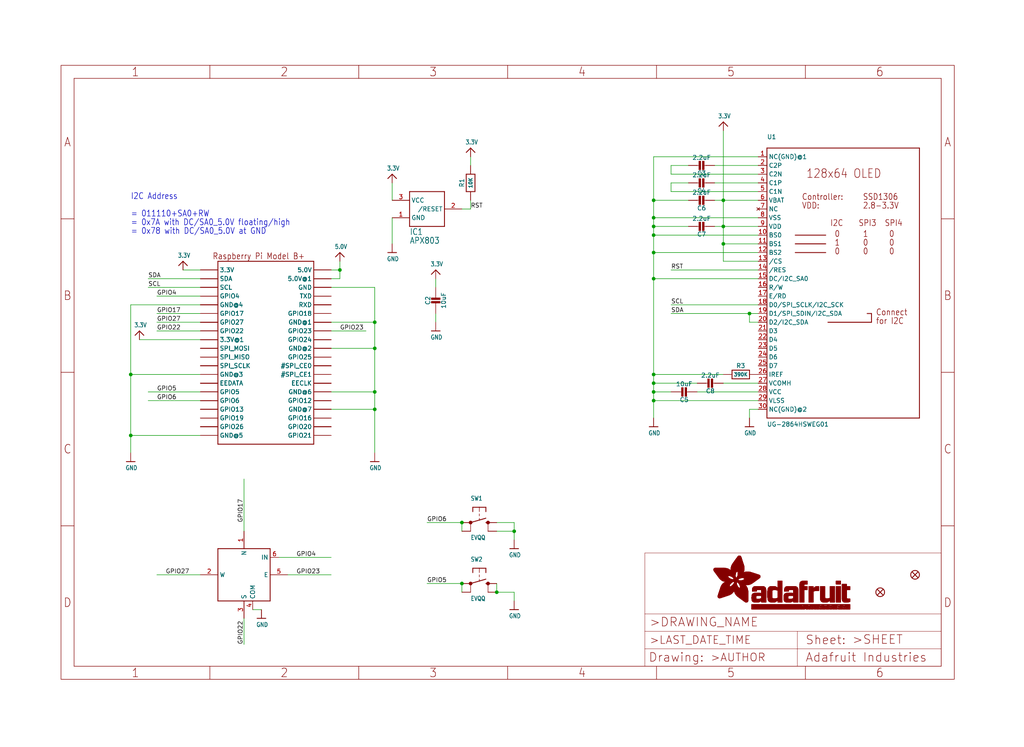
<source format=kicad_sch>
(kicad_sch (version 20211123) (generator eeschema)
  (paper "User" 298.45 217.881)
  (lib_symbols
    (symbol "eagleSchem-eagle-import:3.3V" (power)
      (property "Value" "3.3V" (at -1.524 1.016 0))
      (symbol "3.3V_1_0"
        (pin power_in line (at 0 -2.54 90) (length 2.54) (name "3.3V") (number "1"))
      )
    )
    (symbol "eagleSchem-eagle-import:5.0V" (power)
      (property "Value" "5.0V" (at -1.524 1.016 0))
      (symbol "5.0V_1_0"
        (pin power_in line (at 0 -2.54 90) (length 2.54) (name "5.0V") (number "1"))
      )
    )
    (symbol "eagleSchem-eagle-import:AXP083-SAG"
      (property "Reference" "IC" (at -5.08 -7.62 0))
      (property "Value" "AXP083-SAG" (at -5.08 -10.16 0))
      (symbol "AXP083-SAG_1_0"
        (pin power_in line (at -10.16 -2.54 0) (length 5.08) (name "GND") (number "1"))
        (pin output line (at 10.16 0 180) (length 5.08) (name "/RESET") (number "2"))
        (pin power_in line (at -10.16 2.54 0) (length 5.08) (name "VCC") (number "3"))
      )
    )
    (symbol "eagleSchem-eagle-import:CAP_CERAMIC0805-NOOUTLINE"
      (property "Reference" "C" (at -2.29 1.25 90))
      (property "Value" "CAP_CERAMIC0805-NOOUTLINE" (at 2.3 1.25 90))
      (symbol "CAP_CERAMIC0805-NOOUTLINE_1_0"
        (pin passive line (at 0 5.08 270) (length 2.54) (name "1") (number "1"))
        (pin passive line (at 0 -2.54 90) (length 2.54) (name "2") (number "2"))
      )
    )
    (symbol "eagleSchem-eagle-import:DISP_OLED_UG-2864HSWEG01"
      (property "Reference" "U" (at -22.86 40.64 0))
      (property "Value" "DISP_OLED_UG-2864HSWEG01" (at -22.86 -43.18 0))
      (symbol "DISP_OLED_UG-2864HSWEG01_1_0"
        (text "0" (at -3.175 6.985 0) (effects (font (size 1.778 1.5113)) (justify left bottom)))
        (text "0" (at -3.175 12.065 0) (effects (font (size 1.778 1.5113)) (justify left bottom)))
        (text "0" (at 5.08 6.985 0) (effects (font (size 1.778 1.5113)) (justify left bottom)))
        (text "0" (at 5.08 9.525 0) (effects (font (size 1.778 1.5113)) (justify left bottom)))
        (text "0" (at 12.7 6.985 0) (effects (font (size 1.778 1.5113)) (justify left bottom)))
        (text "0" (at 12.7 9.525 0) (effects (font (size 1.778 1.5113)) (justify left bottom)))
        (text "0" (at 12.7 12.065 0) (effects (font (size 1.778 1.5113)) (justify left bottom)))
        (text "1" (at -3.175 9.525 0) (effects (font (size 1.778 1.5113)) (justify left bottom)))
        (text "1" (at 5.08 12.065 0) (effects (font (size 1.778 1.5113)) (justify left bottom)))
        (text "128x64 OLED" (at -11.43 29.21 0) (effects (font (size 2.54 2.159)) (justify left bottom)))
        (text "2.8-3.3V" (at 5.08 20.32 0) (effects (font (size 1.778 1.5113)) (justify left bottom)))
        (text "Connect" (at 8.89 -10.795 0) (effects (font (size 1.778 1.5113)) (justify left bottom)))
        (text "Controller:" (at -12.7 22.86 0) (effects (font (size 1.778 1.5113)) (justify left bottom)))
        (text "for I2C" (at 8.89 -13.335 0) (effects (font (size 1.778 1.5113)) (justify left bottom)))
        (text "I2C" (at -4.445 15.24 0) (effects (font (size 1.778 1.5113)) (justify left bottom)))
        (text "SPI3" (at 3.81 15.24 0) (effects (font (size 1.778 1.5113)) (justify left bottom)))
        (text "SPI4" (at 11.43 15.24 0) (effects (font (size 1.778 1.5113)) (justify left bottom)))
        (text "SSD1306" (at 5.08 22.86 0) (effects (font (size 1.778 1.5113)) (justify left bottom)))
        (text "VDD:" (at -12.7 20.32 0) (effects (font (size 1.778 1.5113)) (justify left bottom)))
        (pin input line (at -25.4 35.56 0) (length 2.54) (name "NC(GND)@1") (number "1"))
        (pin input line (at -25.4 12.7 0) (length 2.54) (name "BS0") (number "10"))
        (pin input line (at -25.4 10.16 0) (length 2.54) (name "BS1") (number "11"))
        (pin input line (at -25.4 7.62 0) (length 2.54) (name "BS2") (number "12"))
        (pin input line (at -25.4 5.08 0) (length 2.54) (name "/CS") (number "13"))
        (pin input line (at -25.4 2.54 0) (length 2.54) (name "/RES") (number "14"))
        (pin input line (at -25.4 0 0) (length 2.54) (name "DC/I2C_SA0") (number "15"))
        (pin input line (at -25.4 -2.54 0) (length 2.54) (name "R/W") (number "16"))
        (pin input line (at -25.4 -5.08 0) (length 2.54) (name "E/RD") (number "17"))
        (pin bidirectional line (at -25.4 -7.62 0) (length 2.54) (name "D0/SPI_SCLK/I2C_SCK") (number "18"))
        (pin bidirectional line (at -25.4 -10.16 0) (length 2.54) (name "D1/SPI_SDIN/I2C_SDA") (number "19"))
        (pin input line (at -25.4 33.02 0) (length 2.54) (name "C2P") (number "2"))
        (pin bidirectional line (at -25.4 -12.7 0) (length 2.54) (name "D2/I2C_SDA") (number "20"))
        (pin bidirectional line (at -25.4 -15.24 0) (length 2.54) (name "D3") (number "21"))
        (pin bidirectional line (at -25.4 -17.78 0) (length 2.54) (name "D4") (number "22"))
        (pin bidirectional line (at -25.4 -20.32 0) (length 2.54) (name "D5") (number "23"))
        (pin bidirectional line (at -25.4 -22.86 0) (length 2.54) (name "D6") (number "24"))
        (pin bidirectional line (at -25.4 -25.4 0) (length 2.54) (name "D7") (number "25"))
        (pin input line (at -25.4 -27.94 0) (length 2.54) (name "IREF") (number "26"))
        (pin output line (at -25.4 -30.48 0) (length 2.54) (name "VCOMH") (number "27"))
        (pin power_in line (at -25.4 -33.02 0) (length 2.54) (name "VCC") (number "28"))
        (pin power_in line (at -25.4 -35.56 0) (length 2.54) (name "VLSS") (number "29"))
        (pin input line (at -25.4 30.48 0) (length 2.54) (name "C2N") (number "3"))
        (pin input line (at -25.4 -38.1 0) (length 2.54) (name "NC(GND)@2") (number "30"))
        (pin input line (at -25.4 27.94 0) (length 2.54) (name "C1P") (number "4"))
        (pin input line (at -25.4 25.4 0) (length 2.54) (name "C1N") (number "5"))
        (pin input line (at -25.4 22.86 0) (length 2.54) (name "VBAT") (number "6"))
        (pin no_connect line (at -25.4 20.32 0) (length 2.54) (name "NC") (number "7"))
        (pin power_in line (at -25.4 17.78 0) (length 2.54) (name "VSS") (number "8"))
        (pin power_in line (at -25.4 15.24 0) (length 2.54) (name "VDD") (number "9"))
      )
    )
    (symbol "eagleSchem-eagle-import:FIDUCIAL_1MM")
    (symbol "eagleSchem-eagle-import:FRAME_A4_ADAFRUIT"
      (symbol "FRAME_A4_ADAFRUIT_1_0"
        (text "1" (at 21.6958 1.905 0) (effects (font (size 2.54 2.286))))
        (text "1" (at 21.6958 177.165 0) (effects (font (size 2.54 2.286))))
        (text "2" (at 65.0875 1.905 0) (effects (font (size 2.54 2.286))))
        (text "2" (at 65.0875 177.165 0) (effects (font (size 2.54 2.286))))
        (text "3" (at 108.4792 1.905 0) (effects (font (size 2.54 2.286))))
        (text "3" (at 108.4792 177.165 0) (effects (font (size 2.54 2.286))))
        (text "4" (at 151.8708 1.905 0) (effects (font (size 2.54 2.286))))
        (text "4" (at 151.8708 177.165 0) (effects (font (size 2.54 2.286))))
        (text "5" (at 195.2625 1.905 0) (effects (font (size 2.54 2.286))))
        (text "5" (at 195.2625 177.165 0) (effects (font (size 2.54 2.286))))
        (text "6" (at 238.6542 1.905 0) (effects (font (size 2.54 2.286))))
        (text "6" (at 238.6542 177.165 0) (effects (font (size 2.54 2.286))))
        (text ">AUTHOR" (at 189.23 5.08 0) (effects (font (size 2.286 2.286)) (justify left bottom)))
        (text ">DRAWING_NAME" (at 171.45 15.24 0) (effects (font (size 2.54 2.54)) (justify left bottom)))
        (text ">LAST_DATE_TIME" (at 171.45 10.16 0) (effects (font (size 2.286 2.286)) (justify left bottom)))
        (text ">SHEET" (at 230.505 10.16 0) (effects (font (size 2.54 2.54)) (justify left bottom)))
        (text "A" (at 1.905 156.6863 0) (effects (font (size 2.54 2.286))))
        (text "A" (at 258.445 156.6863 0) (effects (font (size 2.54 2.286))))
        (text "Adafruit Industries" (at 216.916 4.953 0) (effects (font (size 2.54 2.54)) (justify left bottom)))
        (text "B" (at 1.905 111.9188 0) (effects (font (size 2.54 2.286))))
        (text "B" (at 258.445 111.9188 0) (effects (font (size 2.54 2.286))))
        (text "C" (at 1.905 67.1513 0) (effects (font (size 2.54 2.286))))
        (text "C" (at 258.445 67.1513 0) (effects (font (size 2.54 2.286))))
        (text "D" (at 1.905 22.3838 0) (effects (font (size 2.54 2.286))))
        (text "D" (at 258.445 22.3838 0) (effects (font (size 2.54 2.286))))
        (text "Drawing:" (at 171.196 4.953 0) (effects (font (size 2.54 2.54)) (justify left bottom)))
        (text "Sheet:" (at 216.916 10.033 0) (effects (font (size 2.54 2.54)) (justify left bottom)))
      )
    )
    (symbol "eagleSchem-eagle-import:GND" (power)
      (property "Value" "GND" (at -1.524 -2.54 0))
      (symbol "GND_1_0"
        (pin power_in line (at 0 2.54 270) (length 2.54) (name "GND") (number "1"))
      )
    )
    (symbol "eagleSchem-eagle-import:NAVSWITCHSKQUABAUE010"
      (symbol "NAVSWITCHSKQUABAUE010_1_0"
        (pin bidirectional line (at 0 12.7 270) (length 5.08) (name "N") (number "1"))
        (pin bidirectional line (at -12.7 0 0) (length 5.08) (name "W") (number "2"))
        (pin bidirectional line (at 0 -12.7 90) (length 5.08) (name "S") (number "3"))
        (pin bidirectional line (at 2.54 -10.16 90) (length 2.54) (name "COM") (number "4"))
        (pin bidirectional line (at 12.7 0 180) (length 5.08) (name "E") (number "5"))
        (pin bidirectional line (at 10.16 5.08 180) (length 2.54) (name "IN") (number "6"))
      )
    )
    (symbol "eagleSchem-eagle-import:RASPBERRYPI_BPLUS_BONNET_THMSMT"
      (symbol "RASPBERRYPI_BPLUS_BONNET_THMSMT_1_0"
        (text "Raspberry Pi Model B+" (at 12.7 25.4 0) (effects (font (size 1.778 1.5113)) (justify right top)))
        (pin power_in line (at -17.78 20.32 0) (length 5.08) (name "3.3V") (number "1"))
        (pin bidirectional line (at 20.32 10.16 180) (length 5.08) (name "RXD") (number "10"))
        (pin bidirectional line (at -17.78 7.62 0) (length 5.08) (name "GPIO17") (number "11"))
        (pin bidirectional line (at 20.32 7.62 180) (length 5.08) (name "GPIO18") (number "12"))
        (pin bidirectional line (at -17.78 5.08 0) (length 5.08) (name "GPIO27") (number "13"))
        (pin power_in line (at 20.32 5.08 180) (length 5.08) (name "GND@1") (number "14"))
        (pin bidirectional line (at -17.78 2.54 0) (length 5.08) (name "GPIO22") (number "15"))
        (pin bidirectional line (at 20.32 2.54 180) (length 5.08) (name "GPIO23") (number "16"))
        (pin power_in line (at -17.78 0 0) (length 5.08) (name "3.3V@1") (number "17"))
        (pin bidirectional line (at 20.32 0 180) (length 5.08) (name "GPIO24") (number "18"))
        (pin bidirectional line (at -17.78 -2.54 0) (length 5.08) (name "SPI_MOSI") (number "19"))
        (pin power_in line (at 20.32 20.32 180) (length 5.08) (name "5.0V") (number "2"))
        (pin power_in line (at 20.32 -2.54 180) (length 5.08) (name "GND@2") (number "20"))
        (pin bidirectional line (at -17.78 -5.08 0) (length 5.08) (name "SPI_MISO") (number "21"))
        (pin bidirectional line (at 20.32 -5.08 180) (length 5.08) (name "GPIO25") (number "22"))
        (pin bidirectional line (at -17.78 -7.62 0) (length 5.08) (name "SPI_SCLK") (number "23"))
        (pin bidirectional line (at 20.32 -7.62 180) (length 5.08) (name "#SPI_CE0") (number "24"))
        (pin power_in line (at -17.78 -10.16 0) (length 5.08) (name "GND@3") (number "25"))
        (pin bidirectional line (at 20.32 -10.16 180) (length 5.08) (name "#SPI_CE1") (number "26"))
        (pin bidirectional line (at -17.78 -12.7 0) (length 5.08) (name "EEDATA") (number "27"))
        (pin bidirectional line (at 20.32 -12.7 180) (length 5.08) (name "EECLK") (number "28"))
        (pin bidirectional line (at -17.78 -15.24 0) (length 5.08) (name "GPIO5") (number "29"))
        (pin bidirectional line (at -17.78 17.78 0) (length 5.08) (name "SDA") (number "3"))
        (pin power_in line (at 20.32 -15.24 180) (length 5.08) (name "GND@6") (number "30"))
        (pin bidirectional line (at -17.78 -17.78 0) (length 5.08) (name "GPIO6") (number "31"))
        (pin bidirectional line (at 20.32 -17.78 180) (length 5.08) (name "GPIO12") (number "32"))
        (pin bidirectional line (at -17.78 -20.32 0) (length 5.08) (name "GPIO13") (number "33"))
        (pin power_in line (at 20.32 -20.32 180) (length 5.08) (name "GND@7") (number "34"))
        (pin bidirectional line (at -17.78 -22.86 0) (length 5.08) (name "GPIO19") (number "35"))
        (pin bidirectional line (at 20.32 -22.86 180) (length 5.08) (name "GPIO16") (number "36"))
        (pin bidirectional line (at -17.78 -25.4 0) (length 5.08) (name "GPIO26") (number "37"))
        (pin bidirectional line (at 20.32 -25.4 180) (length 5.08) (name "GPIO20") (number "38"))
        (pin power_in line (at -17.78 -27.94 0) (length 5.08) (name "GND@5") (number "39"))
        (pin power_in line (at 20.32 17.78 180) (length 5.08) (name "5.0V@1") (number "4"))
        (pin bidirectional line (at 20.32 -27.94 180) (length 5.08) (name "GPIO21") (number "40"))
        (pin bidirectional line (at -17.78 15.24 0) (length 5.08) (name "SCL") (number "5"))
        (pin power_in line (at 20.32 15.24 180) (length 5.08) (name "GND") (number "6"))
        (pin bidirectional line (at -17.78 12.7 0) (length 5.08) (name "GPIO4") (number "7"))
        (pin bidirectional line (at 20.32 12.7 180) (length 5.08) (name "TXD") (number "8"))
        (pin power_in line (at -17.78 10.16 0) (length 5.08) (name "GND@4") (number "9"))
        (pin power_in line (at -17.78 20.32 0) (length 5.08) (name "3.3V") (number "S1"))
        (pin bidirectional line (at 20.32 10.16 180) (length 5.08) (name "RXD") (number "S10"))
        (pin bidirectional line (at -17.78 7.62 0) (length 5.08) (name "GPIO17") (number "S11"))
        (pin bidirectional line (at 20.32 7.62 180) (length 5.08) (name "GPIO18") (number "S12"))
        (pin bidirectional line (at -17.78 5.08 0) (length 5.08) (name "GPIO27") (number "S13"))
        (pin power_in line (at 20.32 5.08 180) (length 5.08) (name "GND@1") (number "S14"))
        (pin bidirectional line (at -17.78 2.54 0) (length 5.08) (name "GPIO22") (number "S15"))
        (pin bidirectional line (at 20.32 2.54 180) (length 5.08) (name "GPIO23") (number "S16"))
        (pin power_in line (at -17.78 0 0) (length 5.08) (name "3.3V@1") (number "S17"))
        (pin bidirectional line (at 20.32 0 180) (length 5.08) (name "GPIO24") (number "S18"))
        (pin bidirectional line (at -17.78 -2.54 0) (length 5.08) (name "SPI_MOSI") (number "S19"))
        (pin power_in line (at 20.32 20.32 180) (length 5.08) (name "5.0V") (number "S2"))
        (pin power_in line (at 20.32 -2.54 180) (length 5.08) (name "GND@2") (number "S20"))
        (pin bidirectional line (at -17.78 -5.08 0) (length 5.08) (name "SPI_MISO") (number "S21"))
        (pin bidirectional line (at 20.32 -5.08 180) (length 5.08) (name "GPIO25") (number "S22"))
        (pin bidirectional line (at -17.78 -7.62 0) (length 5.08) (name "SPI_SCLK") (number "S23"))
        (pin bidirectional line (at 20.32 -7.62 180) (length 5.08) (name "#SPI_CE0") (number "S24"))
        (pin power_in line (at -17.78 -10.16 0) (length 5.08) (name "GND@3") (number "S25"))
        (pin bidirectional line (at 20.32 -10.16 180) (length 5.08) (name "#SPI_CE1") (number "S26"))
        (pin bidirectional line (at -17.78 -12.7 0) (length 5.08) (name "EEDATA") (number "S27"))
        (pin bidirectional line (at 20.32 -12.7 180) (length 5.08) (name "EECLK") (number "S28"))
        (pin bidirectional line (at -17.78 -15.24 0) (length 5.08) (name "GPIO5") (number "S29"))
        (pin bidirectional line (at -17.78 17.78 0) (length 5.08) (name "SDA") (number "S3"))
        (pin power_in line (at 20.32 -15.24 180) (length 5.08) (name "GND@6") (number "S30"))
        (pin bidirectional line (at -17.78 -17.78 0) (length 5.08) (name "GPIO6") (number "S31"))
        (pin bidirectional line (at 20.32 -17.78 180) (length 5.08) (name "GPIO12") (number "S32"))
        (pin bidirectional line (at -17.78 -20.32 0) (length 5.08) (name "GPIO13") (number "S33"))
        (pin power_in line (at 20.32 -20.32 180) (length 5.08) (name "GND@7") (number "S34"))
        (pin bidirectional line (at -17.78 -22.86 0) (length 5.08) (name "GPIO19") (number "S35"))
        (pin bidirectional line (at 20.32 -22.86 180) (length 5.08) (name "GPIO16") (number "S36"))
        (pin bidirectional line (at -17.78 -25.4 0) (length 5.08) (name "GPIO26") (number "S37"))
        (pin bidirectional line (at 20.32 -25.4 180) (length 5.08) (name "GPIO20") (number "S38"))
        (pin power_in line (at -17.78 -27.94 0) (length 5.08) (name "GND@5") (number "S39"))
        (pin power_in line (at 20.32 17.78 180) (length 5.08) (name "5.0V@1") (number "S4"))
        (pin bidirectional line (at 20.32 -27.94 180) (length 5.08) (name "GPIO21") (number "S40"))
        (pin bidirectional line (at -17.78 15.24 0) (length 5.08) (name "SCL") (number "S5"))
        (pin power_in line (at 20.32 15.24 180) (length 5.08) (name "GND") (number "S6"))
        (pin bidirectional line (at -17.78 12.7 0) (length 5.08) (name "GPIO4") (number "S7"))
        (pin bidirectional line (at 20.32 12.7 180) (length 5.08) (name "TXD") (number "S8"))
        (pin power_in line (at -17.78 10.16 0) (length 5.08) (name "GND@4") (number "S9"))
      )
    )
    (symbol "eagleSchem-eagle-import:RESISTOR0805_NOOUTLINE"
      (property "Reference" "R" (at 0 2.54 0))
      (property "Value" "RESISTOR0805_NOOUTLINE" (at 0 0 0))
      (symbol "RESISTOR0805_NOOUTLINE_1_0"
        (pin passive line (at -5.08 0 0) (length 2.54) (name "1") (number "1"))
        (pin passive line (at 5.08 0 180) (length 2.54) (name "2") (number "2"))
      )
    )
    (symbol "eagleSchem-eagle-import:SWITCH_TACT_SMT_EVQQ2_SMALL"
      (property "Reference" "SW" (at -2.54 6.35 0))
      (property "Value" "SWITCH_TACT_SMT_EVQQ2_SMALL" (at -2.54 -5.08 0))
      (symbol "SWITCH_TACT_SMT_EVQQ2_SMALL_1_0"
        (pin passive line (at -5.08 0 0) (length 2.54) (name "P") (number "A"))
        (pin passive line (at -5.08 -2.54 0) (length 2.54) (name "P1") (number "A'"))
        (pin passive line (at 5.08 0 180) (length 2.54) (name "S") (number "B"))
        (pin passive line (at 5.08 -2.54 180) (length 2.54) (name "S1") (number "B'"))
      )
    )
  )
  (junction (at 109.22 101.6))
  (junction (at 190.5 114.3))
  (junction (at 190.5 73.66))
  (junction (at 190.5 111.76))
  (junction (at 38.1 109.22))
  (junction (at 99.06 78.74))
  (junction (at 190.5 116.84))
  (junction (at 190.5 68.58))
  (junction (at 109.22 93.98))
  (junction (at 38.1 127))
  (junction (at 210.82 71.12))
  (junction (at 134.62 170.18))
  (junction (at 218.44 91.44))
  (junction (at 190.5 58.42))
  (junction (at 134.62 152.4))
  (junction (at 190.5 63.5))
  (junction (at 190.5 66.04))
  (junction (at 190.5 81.28))
  (junction (at 149.86 154.94))
  (junction (at 144.78 172.72))
  (junction (at 210.82 58.42))
  (junction (at 109.22 114.3))
  (junction (at 190.5 109.22))
  (junction (at 109.22 119.38))
  (junction (at 210.82 66.04))
  (wire (pts (xy 190.5 114.3) (xy 190.5 111.76)))
  (wire (pts (xy 127 81.28) (xy 127 83.82)))
  (wire (pts (xy 76.2 177.8) (xy 73.66 177.8)))
  (wire (pts (xy 210.82 58.42) (xy 210.82 66.04)))
  (wire (pts (xy 96.52 114.3) (xy 109.22 114.3)))
  (wire (pts (xy 96.52 83.82) (xy 109.22 83.82)))
  (wire (pts (xy 200.66 66.04) (xy 190.5 66.04)))
  (wire (pts (xy 38.1 127) (xy 38.1 132.08)))
  (wire (pts (xy 190.5 68.58) (xy 190.5 73.66)))
  (wire (pts (xy 220.98 76.2) (xy 210.82 76.2)))
  (wire (pts (xy 58.42 91.44) (xy 45.72 91.44)))
  (wire (pts (xy 137.16 60.96) (xy 137.16 58.42)))
  (wire (pts (xy 149.86 154.94) (xy 149.86 157.48)))
  (wire (pts (xy 210.82 71.12) (xy 220.98 71.12)))
  (wire (pts (xy 99.06 78.74) (xy 99.06 76.2)))
  (wire (pts (xy 99.06 81.28) (xy 99.06 78.74)))
  (wire (pts (xy 220.98 88.9) (xy 195.58 88.9)))
  (wire (pts (xy 96.52 101.6) (xy 109.22 101.6)))
  (wire (pts (xy 220.98 116.84) (xy 190.5 116.84)))
  (wire (pts (xy 109.22 83.82) (xy 109.22 93.98)))
  (wire (pts (xy 218.44 93.98) (xy 218.44 91.44)))
  (wire (pts (xy 190.5 66.04) (xy 190.5 68.58)))
  (wire (pts (xy 220.98 119.38) (xy 218.44 119.38)))
  (wire (pts (xy 114.3 63.5) (xy 114.3 71.12)))
  (wire (pts (xy 195.58 48.26) (xy 195.58 50.8)))
  (wire (pts (xy 190.5 111.76) (xy 190.5 109.22)))
  (wire (pts (xy 124.46 170.18) (xy 134.62 170.18)))
  (wire (pts (xy 71.12 180.34) (xy 71.12 187.96)))
  (wire (pts (xy 109.22 101.6) (xy 109.22 114.3)))
  (wire (pts (xy 109.22 93.98) (xy 109.22 101.6)))
  (wire (pts (xy 38.1 109.22) (xy 38.1 127)))
  (wire (pts (xy 218.44 119.38) (xy 218.44 121.92)))
  (wire (pts (xy 58.42 83.82) (xy 43.18 83.82)))
  (wire (pts (xy 134.62 152.4) (xy 124.46 152.4)))
  (wire (pts (xy 195.58 55.88) (xy 220.98 55.88)))
  (wire (pts (xy 38.1 88.9) (xy 38.1 109.22)))
  (wire (pts (xy 144.78 172.72) (xy 149.86 172.72)))
  (wire (pts (xy 190.5 116.84) (xy 190.5 121.92)))
  (wire (pts (xy 220.98 53.34) (xy 208.28 53.34)))
  (wire (pts (xy 58.42 109.22) (xy 38.1 109.22)))
  (wire (pts (xy 220.98 81.28) (xy 190.5 81.28)))
  (wire (pts (xy 200.66 48.26) (xy 195.58 48.26)))
  (wire (pts (xy 210.82 58.42) (xy 208.28 58.42)))
  (wire (pts (xy 210.82 66.04) (xy 208.28 66.04)))
  (wire (pts (xy 218.44 91.44) (xy 195.58 91.44)))
  (wire (pts (xy 190.5 81.28) (xy 190.5 109.22)))
  (wire (pts (xy 195.58 50.8) (xy 220.98 50.8)))
  (wire (pts (xy 134.62 152.4) (xy 134.62 154.94)))
  (wire (pts (xy 195.58 114.3) (xy 190.5 114.3)))
  (wire (pts (xy 96.52 78.74) (xy 99.06 78.74)))
  (wire (pts (xy 96.52 81.28) (xy 99.06 81.28)))
  (wire (pts (xy 218.44 93.98) (xy 220.98 93.98)))
  (wire (pts (xy 190.5 63.5) (xy 190.5 66.04)))
  (wire (pts (xy 195.58 53.34) (xy 195.58 55.88)))
  (wire (pts (xy 190.5 63.5) (xy 190.5 58.42)))
  (wire (pts (xy 109.22 114.3) (xy 109.22 119.38)))
  (wire (pts (xy 134.62 60.96) (xy 137.16 60.96)))
  (wire (pts (xy 83.82 167.64) (xy 96.52 167.64)))
  (wire (pts (xy 58.42 88.9) (xy 38.1 88.9)))
  (wire (pts (xy 58.42 81.28) (xy 43.18 81.28)))
  (wire (pts (xy 58.42 167.64) (xy 45.72 167.64)))
  (wire (pts (xy 96.52 96.52) (xy 106.68 96.52)))
  (wire (pts (xy 220.98 73.66) (xy 190.5 73.66)))
  (wire (pts (xy 58.42 78.74) (xy 53.34 78.74)))
  (wire (pts (xy 144.78 154.94) (xy 149.86 154.94)))
  (wire (pts (xy 190.5 58.42) (xy 190.5 45.72)))
  (wire (pts (xy 149.86 152.4) (xy 149.86 154.94)))
  (wire (pts (xy 220.98 58.42) (xy 210.82 58.42)))
  (wire (pts (xy 220.98 48.26) (xy 208.28 48.26)))
  (wire (pts (xy 220.98 91.44) (xy 218.44 91.44)))
  (wire (pts (xy 43.18 116.84) (xy 58.42 116.84)))
  (wire (pts (xy 134.62 170.18) (xy 134.62 172.72)))
  (wire (pts (xy 190.5 116.84) (xy 190.5 114.3)))
  (wire (pts (xy 200.66 58.42) (xy 190.5 58.42)))
  (wire (pts (xy 144.78 152.4) (xy 149.86 152.4)))
  (wire (pts (xy 190.5 109.22) (xy 210.82 109.22)))
  (wire (pts (xy 109.22 119.38) (xy 109.22 132.08)))
  (wire (pts (xy 45.72 86.36) (xy 58.42 86.36)))
  (wire (pts (xy 149.86 172.72) (xy 149.86 175.26)))
  (wire (pts (xy 58.42 99.06) (xy 40.64 99.06)))
  (wire (pts (xy 220.98 63.5) (xy 190.5 63.5)))
  (wire (pts (xy 45.72 93.98) (xy 58.42 93.98)))
  (wire (pts (xy 220.98 68.58) (xy 190.5 68.58)))
  (wire (pts (xy 58.42 114.3) (xy 43.18 114.3)))
  (wire (pts (xy 220.98 66.04) (xy 210.82 66.04)))
  (wire (pts (xy 210.82 38.1) (xy 210.82 58.42)))
  (wire (pts (xy 58.42 96.52) (xy 45.72 96.52)))
  (wire (pts (xy 114.3 58.42) (xy 114.3 53.34)))
  (wire (pts (xy 58.42 127) (xy 38.1 127)))
  (wire (pts (xy 210.82 76.2) (xy 210.82 71.12)))
  (wire (pts (xy 220.98 111.76) (xy 210.82 111.76)))
  (wire (pts (xy 220.98 45.72) (xy 190.5 45.72)))
  (wire (pts (xy 200.66 53.34) (xy 195.58 53.34)))
  (wire (pts (xy 81.28 162.56) (xy 96.52 162.56)))
  (wire (pts (xy 71.12 139.7) (xy 71.12 154.94)))
  (wire (pts (xy 203.2 111.76) (xy 190.5 111.76)))
  (wire (pts (xy 144.78 170.18) (xy 144.78 172.72)))
  (wire (pts (xy 220.98 78.74) (xy 195.58 78.74)))
  (wire (pts (xy 96.52 119.38) (xy 109.22 119.38)))
  (wire (pts (xy 96.52 93.98) (xy 109.22 93.98)))
  (wire (pts (xy 210.82 71.12) (xy 210.82 66.04)))
  (wire (pts (xy 190.5 73.66) (xy 190.5 81.28)))
  (wire (pts (xy 220.98 114.3) (xy 203.2 114.3)))
  (wire (pts (xy 137.16 48.26) (xy 137.16 45.72)))
  (wire (pts (xy 127 91.44) (xy 127 93.98)))
  (text "= 0x7A with DC/SA0_5.0V floating/high" (at 38.1 66.04 180) (effects (font (size 1.778 1.5113)) (justify left bottom)))
  (text "= 011110+SA0+RW" (at 38.1 63.5 180) (effects (font (size 1.778 1.5113)) (justify left bottom)))
  (text "I2C Address" (at 38.1 58.42 180) (effects (font (size 1.778 1.5113)) (justify left bottom)))
  (text "= 0x78 with DC/SA0_5.0V at GND" (at 38.1 68.58 180) (effects (font (size 1.778 1.5113)) (justify left bottom)))
  (label "GPIO27" (at 45.72 93.98 0) (effects (font (size 1.2446 1.2446))))
  (label "SDA" (at 43.18 81.28 0) (effects (font (size 1.2446 1.2446))))
  (label "GPIO4" (at 86.36 162.56 0) (effects (font (size 1.2446 1.2446))))
  (label "GPIO23" (at 99.06 96.52 0) (effects (font (size 1.2446 1.2446))))
  (label "SCL" (at 43.18 83.82 0) (effects (font (size 1.2446 1.2446))))
  (label "GPIO22" (at 71.12 187.96 90) (effects (font (size 1.2446 1.2446))))
  (label "GPIO17" (at 45.72 91.44 0) (effects (font (size 1.2446 1.2446))))
  (label "GPIO4" (at 45.72 86.36 0) (effects (font (size 1.2446 1.2446))))
  (label "GPIO27" (at 48.26 167.64 0) (effects (font (size 1.2446 1.2446))))
  (label "GPIO17" (at 71.12 152.4 90) (effects (font (size 1.2446 1.2446))))
  (label "GPIO22" (at 45.72 96.52 0) (effects (font (size 1.2446 1.2446))))
  (label "SDA" (at 195.58 91.44 0) (effects (font (size 1.2446 1.2446))))
  (label "SCL" (at 195.58 88.9 0) (effects (font (size 1.2446 1.2446))))
  (label "RST" (at 137.16 60.96 0) (effects (font (size 1.2446 1.2446))))
  (label "GPIO23" (at 86.36 167.64 0) (effects (font (size 1.2446 1.2446))))
  (label "RST" (at 195.58 78.74 0) (effects (font (size 1.2446 1.2446))))
  (label "GPIO6" (at 124.46 152.4 0) (effects (font (size 1.2446 1.2446))))
  (label "GPIO5" (at 45.72 114.3 0) (effects (font (size 1.2446 1.2446))))
  (label "GPIO5" (at 124.46 170.18 0) (effects (font (size 1.2446 1.2446))))
  (label "GPIO6" (at 45.72 116.84 0) (effects (font (size 1.2446 1.2446))))
  (symbol (lib_id "eagleSchem-eagle-import:SWITCH_TACT_SMT_EVQQ2_SMALL") (at 139.7 170.18 0) (unit 1)
    (property "Reference" "SW2" (at 137.16 163.83 0) (effects (font (size 1.27 1.0795)) (justify left bottom)))
    (property "Value" "EVQQ" (at 137.16 175.26 0) (effects (font (size 1.27 1.0795)) (justify left bottom)))
    (property "Footprint" "eagleSchem:EVQ-Q2_SMALLER" (effects hide))
  )
  (symbol (lib_id "eagleSchem-eagle-import:CAP_CERAMIC0805-NOOUTLINE") (at 205.74 48.26 90) (unit 1)
    (property "Reference" "C3" (at 204.49 50.55 90))
    (property "Value" "2.2uF" (at 204.49 45.96 90))
    (property "Footprint" "eagleSchem:0805-NO" (effects hide))
  )
  (symbol (lib_id "eagleSchem-eagle-import:3.3V") (at 127 78.74 0) (unit 1)
    (property "Reference" "#U$10" (effects hide))
    (property "Value" "3.3V" (at 125.476 77.724 0) (effects (font (size 1.27 1.0795)) (justify left bottom)))
    (property "Footprint" "eagleSchem:" (effects hide))
  )
  (symbol (lib_id "eagleSchem-eagle-import:NAVSWITCHSKQUABAUE010") (at 71.12 167.64 0) (unit 1)
    (property "Reference" "SW3" (effects hide))
    (property "Value" "NAVSWITCHSKQUABAUE010" (effects hide))
    (property "Footprint" "eagleSchem:SKQUBAE010" (effects hide))
  )
  (symbol (lib_id "eagleSchem-eagle-import:CAP_CERAMIC0805-NOOUTLINE") (at 127 88.9 0) (unit 1)
    (property "Reference" "C2" (at 124.71 87.65 90))
    (property "Value" "10uF" (at 129.3 87.65 90))
    (property "Footprint" "eagleSchem:0805-NO" (effects hide))
  )
  (symbol (lib_id "eagleSchem-eagle-import:FIDUCIAL_1MM") (at 256.54 172.72 0) (unit 1)
    (property "Reference" "FID1" (effects hide))
    (property "Value" "FIDUCIAL_1MM" (effects hide))
    (property "Footprint" "eagleSchem:FIDUCIAL_1MM" (effects hide))
  )
  (symbol (lib_id "eagleSchem-eagle-import:GND") (at 38.1 134.62 0) (unit 1)
    (property "Reference" "#U$8" (effects hide))
    (property "Value" "GND" (at 36.576 137.16 0) (effects (font (size 1.27 1.0795)) (justify left bottom)))
    (property "Footprint" "eagleSchem:" (effects hide))
  )
  (symbol (lib_id "eagleSchem-eagle-import:GND") (at 127 96.52 0) (unit 1)
    (property "Reference" "#U$11" (effects hide))
    (property "Value" "GND" (at 125.476 99.06 0) (effects (font (size 1.27 1.0795)) (justify left bottom)))
    (property "Footprint" "eagleSchem:" (effects hide))
  )
  (symbol (lib_id "eagleSchem-eagle-import:GND") (at 149.86 160.02 0) (unit 1)
    (property "Reference" "#U$16" (effects hide))
    (property "Value" "GND" (at 148.336 162.56 0) (effects (font (size 1.27 1.0795)) (justify left bottom)))
    (property "Footprint" "eagleSchem:" (effects hide))
  )
  (symbol (lib_id "eagleSchem-eagle-import:RESISTOR0805_NOOUTLINE") (at 215.9 109.22 0) (unit 1)
    (property "Reference" "R3" (at 215.9 106.68 0))
    (property "Value" "390K" (at 215.9 109.22 0) (effects (font (size 1.016 1.016) bold)))
    (property "Footprint" "eagleSchem:0805-NO" (effects hide))
  )
  (symbol (lib_id "eagleSchem-eagle-import:CAP_CERAMIC0805-NOOUTLINE") (at 205.74 66.04 90) (unit 1)
    (property "Reference" "C7" (at 204.49 68.33 90))
    (property "Value" "2.2uF" (at 204.49 63.74 90))
    (property "Footprint" "eagleSchem:0805-NO" (effects hide))
  )
  (symbol (lib_id "eagleSchem-eagle-import:3.3V") (at 114.3 50.8 0) (unit 1)
    (property "Reference" "#U$7" (effects hide))
    (property "Value" "3.3V" (at 112.776 49.784 0) (effects (font (size 1.27 1.0795)) (justify left bottom)))
    (property "Footprint" "eagleSchem:" (effects hide))
  )
  (symbol (lib_id "eagleSchem-eagle-import:CAP_CERAMIC0805-NOOUTLINE") (at 205.74 58.42 90) (unit 1)
    (property "Reference" "C6" (at 204.49 60.71 90))
    (property "Value" "2.2uF" (at 204.49 56.12 90))
    (property "Footprint" "eagleSchem:0805-NO" (effects hide))
  )
  (symbol (lib_id "eagleSchem-eagle-import:3.3V") (at 53.34 76.2 0) (unit 1)
    (property "Reference" "#U$3" (effects hide))
    (property "Value" "3.3V" (at 51.816 75.184 0) (effects (font (size 1.27 1.0795)) (justify left bottom)))
    (property "Footprint" "eagleSchem:" (effects hide))
  )
  (symbol (lib_id "eagleSchem-eagle-import:RASPBERRYPI_BPLUS_BONNET_THMSMT") (at 76.2 99.06 0) (unit 1)
    (property "Reference" "RPI1" (effects hide))
    (property "Value" "RASPBERRYPI_BPLUS_BONNET_THMSMT" (effects hide))
    (property "Footprint" "eagleSchem:PI_BONNET_THMSMT" (effects hide))
  )
  (symbol (lib_id "eagleSchem-eagle-import:CAP_CERAMIC0805-NOOUTLINE") (at 205.74 53.34 90) (unit 1)
    (property "Reference" "C4" (at 204.49 55.63 90))
    (property "Value" "2.2uF" (at 204.49 51.04 90))
    (property "Footprint" "eagleSchem:0805-NO" (effects hide))
  )
  (symbol (lib_id "eagleSchem-eagle-import:3.3V") (at 137.16 43.18 0) (unit 1)
    (property "Reference" "#U$12" (effects hide))
    (property "Value" "3.3V" (at 135.636 42.164 0) (effects (font (size 1.27 1.0795)) (justify left bottom)))
    (property "Footprint" "eagleSchem:" (effects hide))
  )
  (symbol (lib_id "eagleSchem-eagle-import:SWITCH_TACT_SMT_EVQQ2_SMALL") (at 139.7 152.4 0) (unit 1)
    (property "Reference" "SW1" (at 137.16 146.05 0) (effects (font (size 1.27 1.0795)) (justify left bottom)))
    (property "Value" "EVQQ" (at 137.16 157.48 0) (effects (font (size 1.27 1.0795)) (justify left bottom)))
    (property "Footprint" "eagleSchem:EVQ-Q2_SMALLER" (effects hide))
  )
  (symbol (lib_id "eagleSchem-eagle-import:3.3V") (at 210.82 35.56 0) (unit 1)
    (property "Reference" "#U$22" (effects hide))
    (property "Value" "3.3V" (at 209.296 34.544 0) (effects (font (size 1.27 1.0795)) (justify left bottom)))
    (property "Footprint" "eagleSchem:" (effects hide))
  )
  (symbol (lib_id "eagleSchem-eagle-import:AXP083-SAG") (at 124.46 60.96 0) (unit 1)
    (property "Reference" "IC1" (at 119.38 68.58 0) (effects (font (size 1.778 1.5113)) (justify left bottom)))
    (property "Value" "APX803" (at 119.38 71.12 0) (effects (font (size 1.778 1.5113)) (justify left bottom)))
    (property "Footprint" "eagleSchem:SOT23" (effects hide))
  )
  (symbol (lib_id "eagleSchem-eagle-import:3.3V") (at 40.64 96.52 0) (unit 1)
    (property "Reference" "#U$13" (effects hide))
    (property "Value" "3.3V" (at 39.116 95.504 0) (effects (font (size 1.27 1.0795)) (justify left bottom)))
    (property "Footprint" "eagleSchem:" (effects hide))
  )
  (symbol (lib_id "eagleSchem-eagle-import:CAP_CERAMIC0805-NOOUTLINE") (at 208.28 111.76 90) (unit 1)
    (property "Reference" "C8" (at 207.03 114.05 90))
    (property "Value" "2.2uF" (at 207.03 109.46 90))
    (property "Footprint" "eagleSchem:0805-NO" (effects hide))
  )
  (symbol (lib_id "eagleSchem-eagle-import:GND") (at 149.86 177.8 0) (unit 1)
    (property "Reference" "#U$15" (effects hide))
    (property "Value" "GND" (at 148.336 180.34 0) (effects (font (size 1.27 1.0795)) (justify left bottom)))
    (property "Footprint" "eagleSchem:" (effects hide))
  )
  (symbol (lib_id "eagleSchem-eagle-import:5.0V") (at 99.06 73.66 0) (unit 1)
    (property "Reference" "#U$14" (effects hide))
    (property "Value" "5.0V" (at 97.536 72.644 0) (effects (font (size 1.27 1.0795)) (justify left bottom)))
    (property "Footprint" "eagleSchem:" (effects hide))
  )
  (symbol (lib_id "eagleSchem-eagle-import:FIDUCIAL_1MM") (at 266.7 167.64 0) (unit 1)
    (property "Reference" "FID2" (effects hide))
    (property "Value" "FIDUCIAL_1MM" (effects hide))
    (property "Footprint" "eagleSchem:FIDUCIAL_1MM" (effects hide))
  )
  (symbol (lib_id "eagleSchem-eagle-import:GND") (at 109.22 134.62 0) (unit 1)
    (property "Reference" "#U$4" (effects hide))
    (property "Value" "GND" (at 107.696 137.16 0) (effects (font (size 1.27 1.0795)) (justify left bottom)))
    (property "Footprint" "eagleSchem:" (effects hide))
  )
  (symbol (lib_id "eagleSchem-eagle-import:GND") (at 114.3 73.66 0) (unit 1)
    (property "Reference" "#U$9" (effects hide))
    (property "Value" "GND" (at 112.776 76.2 0) (effects (font (size 1.27 1.0795)) (justify left bottom)))
    (property "Footprint" "eagleSchem:" (effects hide))
  )
  (symbol (lib_id "eagleSchem-eagle-import:GND") (at 76.2 180.34 0) (unit 1)
    (property "Reference" "#U$17" (effects hide))
    (property "Value" "GND" (at 74.676 182.88 0) (effects (font (size 1.27 1.0795)) (justify left bottom)))
    (property "Footprint" "eagleSchem:" (effects hide))
  )
  (symbol (lib_id "eagleSchem-eagle-import:GND") (at 218.44 124.46 0) (unit 1)
    (property "Reference" "#U$19" (effects hide))
    (property "Value" "GND" (at 216.916 127 0) (effects (font (size 1.27 1.0795)) (justify left bottom)))
    (property "Footprint" "eagleSchem:" (effects hide))
  )
  (symbol (lib_id "eagleSchem-eagle-import:CAP_CERAMIC0805-NOOUTLINE") (at 200.66 114.3 90) (unit 1)
    (property "Reference" "C5" (at 199.41 116.59 90))
    (property "Value" "10uF" (at 199.41 112 90))
    (property "Footprint" "eagleSchem:0805-NO" (effects hide))
  )
  (symbol (lib_id "eagleSchem-eagle-import:DISP_OLED_UG-2864HSWEG01") (at 246.38 81.28 0) (unit 1)
    (property "Reference" "U1" (at 223.52 40.64 0) (effects (justify left bottom)))
    (property "Value" "UG-2864HSWEG01" (at 223.52 124.46 0) (effects (justify left bottom)))
    (property "Footprint" "eagleSchem:UG-2864HSWEG01_1.3_WRAPAROUND" (effects hide))
  )
  (symbol (lib_id "eagleSchem-eagle-import:GND") (at 190.5 124.46 0) (unit 1)
    (property "Reference" "#U$21" (effects hide))
    (property "Value" "GND" (at 188.976 127 0) (effects (font (size 1.27 1.0795)) (justify left bottom)))
    (property "Footprint" "eagleSchem:" (effects hide))
  )
  (symbol (lib_id "eagleSchem-eagle-import:RESISTOR0805_NOOUTLINE") (at 137.16 53.34 90) (unit 1)
    (property "Reference" "R1" (at 134.62 53.34 0))
    (property "Value" "10K" (at 137.16 53.34 0) (effects (font (size 1.016 1.016) bold)))
    (property "Footprint" "eagleSchem:0805-NO" (effects hide))
  )
  (symbol (lib_id "eagleSchem-eagle-import:FRAME_A4_ADAFRUIT") (at 17.78 198.12 0) (unit 1)
    (property "Reference" "#U$1" (effects hide))
    (property "Value" "FRAME_A4_ADAFRUIT" (effects hide))
    (property "Footprint" "eagleSchem:" (effects hide))
  )
)
</source>
